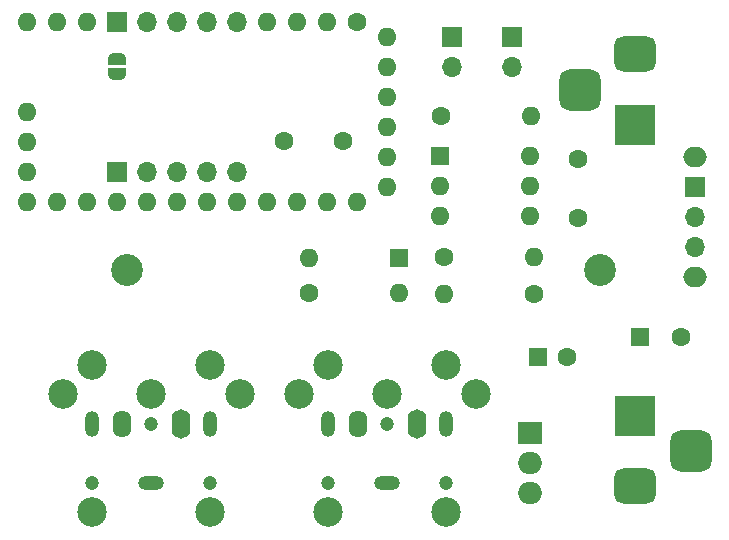
<source format=gbr>
%TF.GenerationSoftware,KiCad,Pcbnew,8.0.3*%
%TF.CreationDate,2024-07-08T19:30:15+01:00*%
%TF.ProjectId,ArduinoProMiniMIDIUSBHost,41726475-696e-46f5-9072-6f4d696e694d,rev?*%
%TF.SameCoordinates,Original*%
%TF.FileFunction,Soldermask,Top*%
%TF.FilePolarity,Negative*%
%FSLAX46Y46*%
G04 Gerber Fmt 4.6, Leading zero omitted, Abs format (unit mm)*
G04 Created by KiCad (PCBNEW 8.0.3) date 2024-07-08 19:30:15*
%MOMM*%
%LPD*%
G01*
G04 APERTURE LIST*
G04 Aperture macros list*
%AMRoundRect*
0 Rectangle with rounded corners*
0 $1 Rounding radius*
0 $2 $3 $4 $5 $6 $7 $8 $9 X,Y pos of 4 corners*
0 Add a 4 corners polygon primitive as box body*
4,1,4,$2,$3,$4,$5,$6,$7,$8,$9,$2,$3,0*
0 Add four circle primitives for the rounded corners*
1,1,$1+$1,$2,$3*
1,1,$1+$1,$4,$5*
1,1,$1+$1,$6,$7*
1,1,$1+$1,$8,$9*
0 Add four rect primitives between the rounded corners*
20,1,$1+$1,$2,$3,$4,$5,0*
20,1,$1+$1,$4,$5,$6,$7,0*
20,1,$1+$1,$6,$7,$8,$9,0*
20,1,$1+$1,$8,$9,$2,$3,0*%
%AMFreePoly0*
4,1,19,0.500000,-0.750000,0.000000,-0.750000,0.000000,-0.744911,-0.071157,-0.744911,-0.207708,-0.704816,-0.327430,-0.627875,-0.420627,-0.520320,-0.479746,-0.390866,-0.500000,-0.250000,-0.500000,0.250000,-0.479746,0.390866,-0.420627,0.520320,-0.327430,0.627875,-0.207708,0.704816,-0.071157,0.744911,0.000000,0.744911,0.000000,0.750000,0.500000,0.750000,0.500000,-0.750000,0.500000,-0.750000,
$1*%
%AMFreePoly1*
4,1,19,0.000000,0.744911,0.071157,0.744911,0.207708,0.704816,0.327430,0.627875,0.420627,0.520320,0.479746,0.390866,0.500000,0.250000,0.500000,-0.250000,0.479746,-0.390866,0.420627,-0.520320,0.327430,-0.627875,0.207708,-0.704816,0.071157,-0.744911,0.000000,-0.744911,0.000000,-0.750000,-0.500000,-0.750000,-0.500000,0.750000,0.000000,0.750000,0.000000,0.744911,0.000000,0.744911,
$1*%
G04 Aperture macros list end*
%ADD10C,2.499360*%
%ADD11C,1.600000*%
%ADD12O,1.600000X1.600000*%
%ADD13R,1.600000X1.600000*%
%ADD14C,2.700000*%
%ADD15C,1.200000*%
%ADD16O,1.200000X2.200000*%
%ADD17O,1.600000X2.300000*%
%ADD18O,2.200000X1.200000*%
%ADD19O,1.600000X2.500000*%
%ADD20FreePoly0,270.000000*%
%ADD21FreePoly1,270.000000*%
%ADD22O,2.000000X1.700000*%
%ADD23R,1.700000X1.700000*%
%ADD24O,1.700000X1.700000*%
%ADD25R,3.500000X3.500000*%
%ADD26RoundRect,0.750000X1.000000X-0.750000X1.000000X0.750000X-1.000000X0.750000X-1.000000X-0.750000X0*%
%ADD27RoundRect,0.875000X0.875000X-0.875000X0.875000X0.875000X-0.875000X0.875000X-0.875000X-0.875000X0*%
%ADD28R,2.000000X1.905000*%
%ADD29O,2.000000X1.905000*%
%ADD30RoundRect,0.750000X-1.000000X0.750000X-1.000000X-0.750000X1.000000X-0.750000X1.000000X0.750000X0*%
%ADD31RoundRect,0.875000X-0.875000X0.875000X-0.875000X-0.875000X0.875000X-0.875000X0.875000X0.875000X0*%
G04 APERTURE END LIST*
D10*
%TO.C,IN1*%
X106998740Y-92997700D03*
X117001260Y-92997700D03*
X119498080Y-83002800D03*
X112000000Y-83000260D03*
X104501920Y-83002800D03*
X116996180Y-80500900D03*
X107003820Y-80500900D03*
%TD*%
D11*
%TO.C,U1*%
X129420000Y-51480000D03*
D12*
X126880000Y-51480000D03*
X124340000Y-51480000D03*
X121800000Y-51480000D03*
X119260000Y-51480000D03*
X116720000Y-51480000D03*
X114180000Y-51480000D03*
X111640000Y-51480000D03*
X109100000Y-51480000D03*
X106560000Y-51480000D03*
X104020000Y-51480000D03*
X101480000Y-51480000D03*
X101480000Y-66720000D03*
X104020000Y-66720000D03*
X106560000Y-66720000D03*
X109100000Y-66720000D03*
X111640000Y-66720000D03*
X114180000Y-66720000D03*
X116720000Y-66720000D03*
X119260000Y-66720000D03*
X121800000Y-66720000D03*
X124340000Y-66720000D03*
X126880000Y-66720000D03*
X129420000Y-66720000D03*
X101480000Y-64180000D03*
X101480000Y-61640000D03*
X101480000Y-59100000D03*
X131960000Y-52750000D03*
X131960000Y-55290000D03*
X131960000Y-57830000D03*
X131960000Y-60370000D03*
X131960000Y-62910000D03*
X131960000Y-65450000D03*
%TD*%
D13*
%TO.C,C5*%
X144757621Y-79850000D03*
D11*
X147257621Y-79850000D03*
%TD*%
D14*
%TO.C,MK1*%
X110000000Y-72500000D03*
%TD*%
D11*
%TO.C,R3*%
X125400000Y-74390000D03*
D12*
X133020000Y-74390000D03*
%TD*%
D15*
%TO.C,J1*%
X107000000Y-90500000D03*
X107000000Y-93000000D03*
X112000000Y-85500000D03*
X117000000Y-90500000D03*
X117000000Y-93000000D03*
D16*
X107000000Y-85500000D03*
D17*
X109500000Y-85500000D03*
D18*
X112000000Y-90500000D03*
D16*
X117000000Y-85500000D03*
D19*
X114500000Y-85500000D03*
%TD*%
D20*
%TO.C,JP2*%
X109130000Y-54590000D03*
D21*
X109130000Y-55890000D03*
%TD*%
D22*
%TO.C,SW1*%
X158020000Y-62935000D03*
D23*
X158020000Y-65475000D03*
D24*
X158020000Y-68015000D03*
X158020000Y-70555000D03*
D22*
X158020000Y-73095000D03*
%TD*%
D15*
%TO.C,J2*%
X127000000Y-90500000D03*
X127000000Y-93000000D03*
X132000000Y-85500000D03*
X137000000Y-90500000D03*
X137000000Y-93000000D03*
D16*
X127000000Y-85500000D03*
D17*
X129500000Y-85500000D03*
D18*
X132000000Y-90500000D03*
D16*
X137000000Y-85500000D03*
D19*
X134500000Y-85500000D03*
%TD*%
D11*
%TO.C,R1*%
X144460000Y-74500000D03*
D12*
X136840000Y-74500000D03*
%TD*%
D13*
%TO.C,C2*%
X153367349Y-78180000D03*
D11*
X156867349Y-78180000D03*
%TD*%
D23*
%TO.C,J4*%
X137500000Y-52750000D03*
D24*
X137500000Y-55290000D03*
%TD*%
D11*
%TO.C,C6*%
X123230000Y-61530000D03*
X128230000Y-61530000D03*
%TD*%
%TO.C,R7*%
X136550000Y-59460000D03*
D12*
X144170000Y-59460000D03*
%TD*%
D14*
%TO.C,MK2*%
X150000000Y-72500000D03*
%TD*%
D13*
%TO.C,U4*%
X136480000Y-62850000D03*
D12*
X136480000Y-65390000D03*
X136480000Y-67930000D03*
X144100000Y-67930000D03*
X144100000Y-65390000D03*
X144100000Y-62850000D03*
%TD*%
D23*
%TO.C,J7*%
X142580000Y-52750000D03*
D24*
X142580000Y-55290000D03*
%TD*%
D25*
%TO.C,J6*%
X153000000Y-84800000D03*
D26*
X153000000Y-90800000D03*
D27*
X157700000Y-87800000D03*
%TD*%
D28*
%TO.C,U3*%
X144045000Y-86290000D03*
D29*
X144045000Y-88830000D03*
X144045000Y-91370000D03*
%TD*%
D11*
%TO.C,C3*%
X148170000Y-68110000D03*
X148170000Y-63110000D03*
%TD*%
D10*
%TO.C,OUT1*%
X126998740Y-92997700D03*
X137001260Y-92997700D03*
X139498080Y-83002800D03*
X132000000Y-83000260D03*
X124501920Y-83002800D03*
X136996180Y-80500900D03*
X127003820Y-80500900D03*
%TD*%
D25*
%TO.C,J5*%
X153000000Y-60198000D03*
D30*
X153000000Y-54198000D03*
D31*
X148300000Y-57198000D03*
%TD*%
D13*
%TO.C,D1*%
X133020000Y-71480000D03*
D12*
X125400000Y-71480000D03*
%TD*%
D23*
%TO.C,J8*%
X109090000Y-51500000D03*
D24*
X111630000Y-51500000D03*
X114170000Y-51500000D03*
X116710000Y-51500000D03*
X119250000Y-51500000D03*
%TD*%
D23*
%TO.C,J3*%
X109090000Y-64200000D03*
D24*
X111630000Y-64200000D03*
X114170000Y-64200000D03*
X116710000Y-64200000D03*
X119250000Y-64200000D03*
%TD*%
D11*
%TO.C,R2*%
X136810000Y-71370000D03*
D12*
X144430000Y-71370000D03*
%TD*%
M02*

</source>
